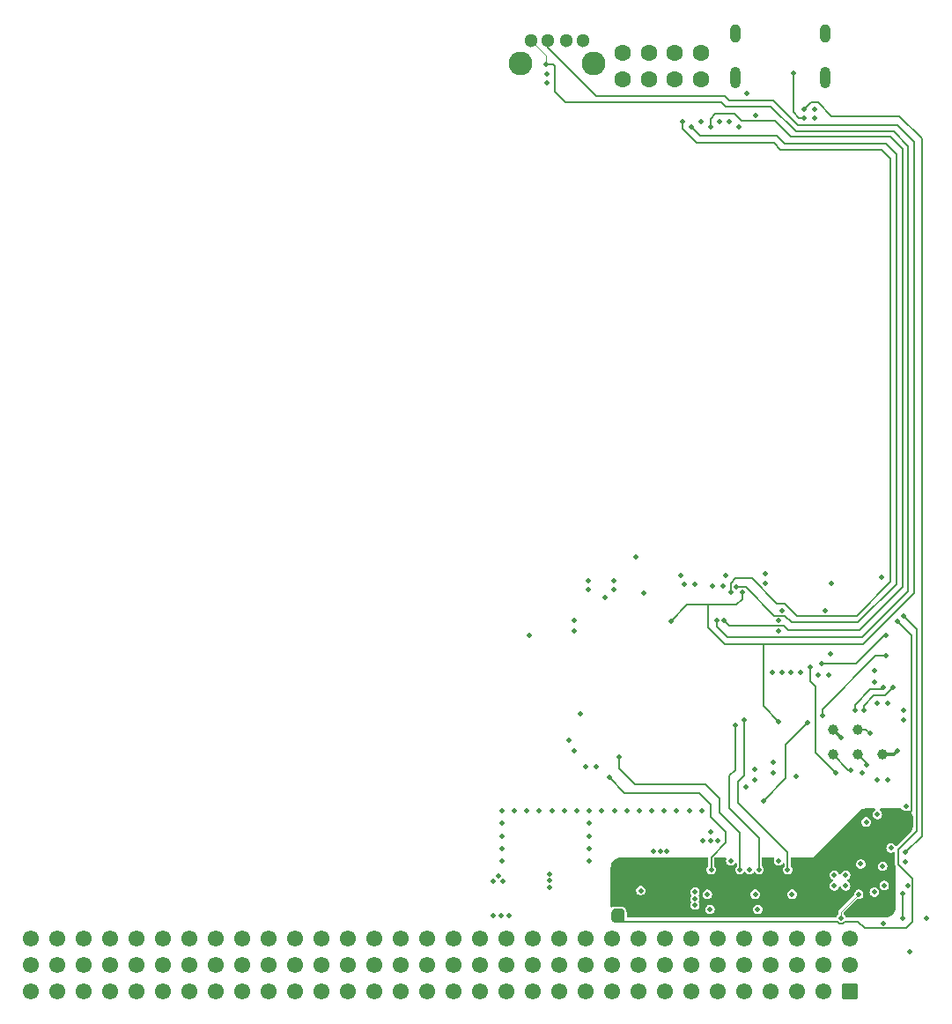
<source format=gbr>
%TF.GenerationSoftware,KiCad,Pcbnew,8.0.9-8.0.9-0~ubuntu24.04.1*%
%TF.CreationDate,2025-04-19T18:55:16+00:00*%
%TF.ProjectId,base-module,62617365-2d6d-46f6-9475-6c652e6b6963,1.0.1*%
%TF.SameCoordinates,Original*%
%TF.FileFunction,Copper,L4,Bot*%
%TF.FilePolarity,Positive*%
%FSLAX46Y46*%
G04 Gerber Fmt 4.6, Leading zero omitted, Abs format (unit mm)*
G04 Created by KiCad (PCBNEW 8.0.9-8.0.9-0~ubuntu24.04.1) date 2025-04-19 18:55:16*
%MOMM*%
%LPD*%
G01*
G04 APERTURE LIST*
G04 Aperture macros list*
%AMRoundRect*
0 Rectangle with rounded corners*
0 $1 Rounding radius*
0 $2 $3 $4 $5 $6 $7 $8 $9 X,Y pos of 4 corners*
0 Add a 4 corners polygon primitive as box body*
4,1,4,$2,$3,$4,$5,$6,$7,$8,$9,$2,$3,0*
0 Add four circle primitives for the rounded corners*
1,1,$1+$1,$2,$3*
1,1,$1+$1,$4,$5*
1,1,$1+$1,$6,$7*
1,1,$1+$1,$8,$9*
0 Add four rect primitives between the rounded corners*
20,1,$1+$1,$2,$3,$4,$5,0*
20,1,$1+$1,$4,$5,$6,$7,0*
20,1,$1+$1,$6,$7,$8,$9,0*
20,1,$1+$1,$8,$9,$2,$3,0*%
G04 Aperture macros list end*
%TA.AperFunction,ComponentPad*%
%ADD10C,1.600000*%
%TD*%
%TA.AperFunction,ComponentPad*%
%ADD11O,1.000000X2.100000*%
%TD*%
%TA.AperFunction,ComponentPad*%
%ADD12O,1.000000X1.800000*%
%TD*%
%TA.AperFunction,ComponentPad*%
%ADD13RoundRect,0.249999X0.525001X0.525001X-0.525001X0.525001X-0.525001X-0.525001X0.525001X-0.525001X0*%
%TD*%
%TA.AperFunction,ComponentPad*%
%ADD14C,1.550000*%
%TD*%
%TA.AperFunction,ComponentPad*%
%ADD15C,1.300000*%
%TD*%
%TA.AperFunction,ComponentPad*%
%ADD16C,2.286000*%
%TD*%
%TA.AperFunction,SMDPad,CuDef*%
%ADD17C,1.000000*%
%TD*%
%TA.AperFunction,ViaPad*%
%ADD18C,0.500000*%
%TD*%
%TA.AperFunction,Conductor*%
%ADD19C,0.300000*%
%TD*%
%TA.AperFunction,Conductor*%
%ADD20C,0.150000*%
%TD*%
%TA.AperFunction,Conductor*%
%ADD21C,0.100000*%
%TD*%
G04 APERTURE END LIST*
D10*
%TO.P,LED300,1*%
%TO.N,Net-(LED300-Pad1)*%
X106863600Y-55785000D03*
%TO.P,LED300,2*%
%TO.N,GND*%
X109403600Y-55785000D03*
%TO.P,LED300,3*%
%TO.N,Net-(LED300-Pad3)*%
X106863600Y-58325000D03*
%TO.P,LED300,4*%
%TO.N,GND*%
X109403600Y-58325000D03*
%TD*%
D11*
%TO.P,J800,S1,SHIELD*%
%TO.N,Net-(J800-SHIELD)*%
X126370000Y-58140000D03*
D12*
X126370000Y-53960000D03*
D11*
X117730000Y-58140000D03*
D12*
X117730000Y-53960000D03*
%TD*%
D13*
%TO.P,J200,a1,a1*%
%TO.N,GND*%
X128740000Y-145975000D03*
D14*
%TO.P,J200,a2,a2*%
%TO.N,/Backplane/BACKPLANE.D+*%
X126200000Y-145975000D03*
%TO.P,J200,a3,a3*%
%TO.N,+5V_STDBY*%
X123660000Y-145975000D03*
%TO.P,J200,a4,a4*%
%TO.N,GND*%
X121120000Y-145975000D03*
%TO.P,J200,a5,a5*%
%TO.N,/Backplane/CAN1.+*%
X118580000Y-145975000D03*
%TO.P,J200,a6,a6*%
%TO.N,/Backplane/CAN1.-*%
X116040000Y-145975000D03*
%TO.P,J200,a7,a7*%
%TO.N,GND*%
X113500000Y-145975000D03*
%TO.P,J200,a8,a8*%
%TO.N,/Backplane/CAN2.+*%
X110960000Y-145975000D03*
%TO.P,J200,a9,a9*%
%TO.N,/Backplane/CAN2.-*%
X108420000Y-145975000D03*
%TO.P,J200,a10,a10*%
%TO.N,GND*%
X105880000Y-145975000D03*
%TO.P,J200,a11,a11*%
%TO.N,+12V*%
X103340000Y-145975000D03*
%TO.P,J200,a12,a12*%
X100800000Y-145975000D03*
%TO.P,J200,a13,a13*%
%TO.N,GND*%
X98260000Y-145975000D03*
%TO.P,J200,a14,a14*%
%TO.N,+24V*%
X95720000Y-145975000D03*
%TO.P,J200,a15,a15*%
%TO.N,GND*%
X93180000Y-145975000D03*
%TO.P,J200,a16,a16*%
%TO.N,/Backplane/GPIOL0*%
X90640000Y-145975000D03*
%TO.P,J200,a17,a17*%
%TO.N,/Backplane/GPIOL1*%
X88100000Y-145975000D03*
%TO.P,J200,a18,a18*%
%TO.N,/Backplane/GPIOL2*%
X85560000Y-145975000D03*
%TO.P,J200,a19,a19*%
%TO.N,/Backplane/GPIOL3*%
X83020000Y-145975000D03*
%TO.P,J200,a20,a20*%
%TO.N,/Backplane/GPIOL4*%
X80480000Y-145975000D03*
%TO.P,J200,a21,a21*%
%TO.N,/Backplane/GPIOL5*%
X77940000Y-145975000D03*
%TO.P,J200,a22,a22*%
%TO.N,/Backplane/GPIOL6*%
X75400000Y-145975000D03*
%TO.P,J200,a23,a23*%
%TO.N,/Backplane/GPIOL7*%
X72860000Y-145975000D03*
%TO.P,J200,a24,a24*%
%TO.N,/Backplane/GPIOL8*%
X70320000Y-145975000D03*
%TO.P,J200,a25,a25*%
%TO.N,/Backplane/GPIOL9*%
X67780000Y-145975000D03*
%TO.P,J200,a26,a26*%
%TO.N,/Backplane/GPIOL10*%
X65240000Y-145975000D03*
%TO.P,J200,a27,a27*%
%TO.N,/Backplane/GPIOL11*%
X62700000Y-145975000D03*
%TO.P,J200,a28,a28*%
%TO.N,/Backplane/GPIOL12*%
X60160000Y-145975000D03*
%TO.P,J200,a29,a29*%
%TO.N,/Backplane/GPIOL13*%
X57620000Y-145975000D03*
%TO.P,J200,a30,a30*%
%TO.N,/Backplane/GPIOL14*%
X55080000Y-145975000D03*
%TO.P,J200,a31,a31*%
%TO.N,/Backplane/GPIOL15*%
X52540000Y-145975000D03*
%TO.P,J200,a32,a32*%
%TO.N,GND*%
X50000000Y-145975000D03*
%TO.P,J200,b1,b1*%
X128740000Y-143435000D03*
%TO.P,J200,b2,b2*%
X126200000Y-143435000D03*
%TO.P,J200,b3,b3*%
%TO.N,+5V_STDBY*%
X123660000Y-143435000D03*
%TO.P,J200,b4,b4*%
%TO.N,GND*%
X121120000Y-143435000D03*
%TO.P,J200,b5,b5*%
%TO.N,/Backplane/CAN1.+*%
X118580000Y-143435000D03*
%TO.P,J200,b6,b6*%
%TO.N,/Backplane/CAN1.-*%
X116040000Y-143435000D03*
%TO.P,J200,b7,b7*%
%TO.N,GND*%
X113500000Y-143435000D03*
%TO.P,J200,b8,b8*%
%TO.N,/Backplane/CAN2.+*%
X110960000Y-143435000D03*
%TO.P,J200,b9,b9*%
%TO.N,/Backplane/CAN2.-*%
X108420000Y-143435000D03*
%TO.P,J200,b10,b10*%
%TO.N,GND*%
X105880000Y-143435000D03*
%TO.P,J200,b11,b11*%
%TO.N,+12V*%
X103340000Y-143435000D03*
%TO.P,J200,b12,b12*%
X100800000Y-143435000D03*
%TO.P,J200,b13,b13*%
%TO.N,GND*%
X98260000Y-143435000D03*
%TO.P,J200,b14,b14*%
%TO.N,+24V*%
X95720000Y-143435000D03*
%TO.P,J200,b15,b15*%
%TO.N,GND*%
X93180000Y-143435000D03*
%TO.P,J200,b16,b16*%
%TO.N,/Backplane/GPIOC0*%
X90640000Y-143435000D03*
%TO.P,J200,b17,b17*%
%TO.N,/Backplane/GPIOC1*%
X88100000Y-143435000D03*
%TO.P,J200,b18,b18*%
%TO.N,/Backplane/GPIOC2*%
X85560000Y-143435000D03*
%TO.P,J200,b19,b19*%
%TO.N,/Backplane/GPIOC3*%
X83020000Y-143435000D03*
%TO.P,J200,b20,b20*%
%TO.N,/Backplane/GPIOC4*%
X80480000Y-143435000D03*
%TO.P,J200,b21,b21*%
%TO.N,/Backplane/GPIOC5*%
X77940000Y-143435000D03*
%TO.P,J200,b22,b22*%
%TO.N,/Backplane/GPIOC6*%
X75400000Y-143435000D03*
%TO.P,J200,b23,b23*%
%TO.N,/Backplane/GPIOC7*%
X72860000Y-143435000D03*
%TO.P,J200,b24,b24*%
%TO.N,/Backplane/GPIOC8*%
X70320000Y-143435000D03*
%TO.P,J200,b25,b25*%
%TO.N,/Backplane/GPIOC9*%
X67780000Y-143435000D03*
%TO.P,J200,b26,b26*%
%TO.N,/Backplane/GPIOC10*%
X65240000Y-143435000D03*
%TO.P,J200,b27,b27*%
%TO.N,/Backplane/GPIOC11*%
X62700000Y-143435000D03*
%TO.P,J200,b28,b28*%
%TO.N,/Backplane/GPIOC12*%
X60160000Y-143435000D03*
%TO.P,J200,b29,b29*%
%TO.N,/Backplane/GPIOC13*%
X57620000Y-143435000D03*
%TO.P,J200,b30,b30*%
%TO.N,/Backplane/GPIOC14*%
X55080000Y-143435000D03*
%TO.P,J200,b31,b31*%
%TO.N,/Backplane/GPIOC15*%
X52540000Y-143435000D03*
%TO.P,J200,b32,b32*%
%TO.N,GND*%
X50000000Y-143435000D03*
%TO.P,J200,c1,c1*%
X128740000Y-140895000D03*
%TO.P,J200,c2,c2*%
%TO.N,/Backplane/BACKPLANE.D-*%
X126200000Y-140895000D03*
%TO.P,J200,c3,c3*%
%TO.N,+5V_STDBY*%
X123660000Y-140895000D03*
%TO.P,J200,c4,c4*%
%TO.N,GND*%
X121120000Y-140895000D03*
%TO.P,J200,c5,c5*%
%TO.N,/Backplane/CAN1.+*%
X118580000Y-140895000D03*
%TO.P,J200,c6,c6*%
%TO.N,/Backplane/CAN1.-*%
X116040000Y-140895000D03*
%TO.P,J200,c7,c7*%
%TO.N,GND*%
X113500000Y-140895000D03*
%TO.P,J200,c8,c8*%
%TO.N,/Backplane/CAN2.+*%
X110960000Y-140895000D03*
%TO.P,J200,c9,c9*%
%TO.N,/Backplane/CAN2.-*%
X108420000Y-140895000D03*
%TO.P,J200,c10,c10*%
%TO.N,GND*%
X105880000Y-140895000D03*
%TO.P,J200,c11,c11*%
%TO.N,+12V*%
X103340000Y-140895000D03*
%TO.P,J200,c12,c12*%
X100800000Y-140895000D03*
%TO.P,J200,c13,c13*%
%TO.N,GND*%
X98260000Y-140895000D03*
%TO.P,J200,c14,c14*%
%TO.N,+24V*%
X95720000Y-140895000D03*
%TO.P,J200,c15,c15*%
%TO.N,GND*%
X93180000Y-140895000D03*
%TO.P,J200,c16,c16*%
%TO.N,/Backplane/GPIOR0*%
X90640000Y-140895000D03*
%TO.P,J200,c17,c17*%
%TO.N,/Backplane/GPIOR1*%
X88100000Y-140895000D03*
%TO.P,J200,c18,c18*%
%TO.N,/Backplane/GPIOR2*%
X85560000Y-140895000D03*
%TO.P,J200,c19,c19*%
%TO.N,/Backplane/GPIOR3*%
X83020000Y-140895000D03*
%TO.P,J200,c20,c20*%
%TO.N,/Backplane/GPIOR4*%
X80480000Y-140895000D03*
%TO.P,J200,c21,c21*%
%TO.N,/Backplane/GPIOR5*%
X77940000Y-140895000D03*
%TO.P,J200,c22,c22*%
%TO.N,/Backplane/GPIOR6*%
X75400000Y-140895000D03*
%TO.P,J200,c23,c23*%
%TO.N,/Backplane/GPIOR7*%
X72860000Y-140895000D03*
%TO.P,J200,c24,c24*%
%TO.N,/Backplane/GPIOR8*%
X70320000Y-140895000D03*
%TO.P,J200,c25,c25*%
%TO.N,/Backplane/GPIOR9*%
X67780000Y-140895000D03*
%TO.P,J200,c26,c26*%
%TO.N,/Backplane/GPIOR10*%
X65240000Y-140895000D03*
%TO.P,J200,c27,c27*%
%TO.N,/Backplane/GPIOR11*%
X62700000Y-140895000D03*
%TO.P,J200,c28,c28*%
%TO.N,/Backplane/GPIOR12*%
X60160000Y-140895000D03*
%TO.P,J200,c29,c29*%
%TO.N,/Backplane/GPIOR13*%
X57620000Y-140895000D03*
%TO.P,J200,c30,c30*%
%TO.N,/Backplane/GPIOR14*%
X55080000Y-140895000D03*
%TO.P,J200,c31,c31*%
%TO.N,/Backplane/GPIOR15*%
X52540000Y-140895000D03*
%TO.P,J200,c32,c32*%
%TO.N,GND*%
X50000000Y-140895000D03*
%TD*%
D15*
%TO.P,SW400,1*%
%TO.N,GND*%
X103080000Y-54575000D03*
%TO.P,SW400,2*%
X101450000Y-54575000D03*
%TO.P,SW400,3*%
%TO.N,/MCU/SWD.~{RST}*%
X99710000Y-54575000D03*
%TO.P,SW400,4*%
%TO.N,/MCU/USR_BUTTON*%
X98080000Y-54575000D03*
D16*
%TO.P,SW400,5*%
%TO.N,N/C*%
X104080000Y-56825000D03*
%TO.P,SW400,6*%
X97080000Y-56825000D03*
%TD*%
D10*
%TO.P,LED301,1*%
%TO.N,Net-(LED301-Pad1)*%
X111913600Y-55785000D03*
%TO.P,LED301,2*%
%TO.N,GND*%
X114453600Y-55785000D03*
%TO.P,LED301,3*%
%TO.N,Net-(LED301-Pad3)*%
X111913600Y-58325000D03*
%TO.P,LED301,4*%
%TO.N,GND*%
X114453600Y-58325000D03*
%TD*%
D17*
%TO.P,TP704,1,1*%
%TO.N,/ST-LINK/DIO*%
X127100000Y-123175000D03*
%TD*%
%TO.P,TP706,1,1*%
%TO.N,GND*%
X131900000Y-123175000D03*
%TD*%
%TO.P,TP703,1,1*%
%TO.N,/ST-LINK/STLINK-BOOT0*%
X129500000Y-120775000D03*
%TD*%
%TO.P,TP702,1,1*%
%TO.N,+3V3*%
X127100000Y-120775000D03*
%TD*%
%TO.P,TP705,1,1*%
%TO.N,/ST-LINK/CLK*%
X129500000Y-123175000D03*
%TD*%
D18*
%TO.N,+3V3*%
X115300000Y-138075000D03*
X99598400Y-58685001D03*
X131350000Y-125625000D03*
X121325000Y-115325000D03*
X104325000Y-124400000D03*
X120590000Y-106765000D03*
X115350000Y-131500000D03*
X132050000Y-135775000D03*
X131800000Y-106175000D03*
X131400000Y-128975000D03*
X133950000Y-118922500D03*
X114650000Y-131500000D03*
X115350000Y-130625000D03*
X102275000Y-111350000D03*
X121350000Y-124927500D03*
X127900000Y-121575000D03*
X121875000Y-110350000D03*
X105200000Y-108075000D03*
X125700000Y-115575000D03*
X131350000Y-118275000D03*
X124000000Y-115300000D03*
X122225000Y-109375000D03*
X115575000Y-107050000D03*
X101700000Y-121825000D03*
X119900000Y-138075000D03*
X116025000Y-131500000D03*
X112825000Y-106875000D03*
X119625000Y-124600000D03*
X114450000Y-62375000D03*
%TO.N,GND*%
X106050000Y-107375000D03*
X108925000Y-107700000D03*
X99598400Y-57785001D03*
X95300000Y-131025000D03*
X103700000Y-128625000D03*
X106050000Y-106475000D03*
X129900000Y-124961216D03*
X128350000Y-134775000D03*
X104900000Y-128625000D03*
X109870720Y-132521542D03*
X134470000Y-142162501D03*
X127250000Y-134775000D03*
X116250000Y-62375000D03*
X95300000Y-133425000D03*
X132350000Y-125625000D03*
X113850000Y-136425000D03*
X109700000Y-128625000D03*
X96500000Y-128625000D03*
X130325000Y-129675000D03*
X106100000Y-128625000D03*
X110520720Y-132521542D03*
X108650000Y-136275000D03*
X102850000Y-119275000D03*
X113300000Y-128625000D03*
X103700000Y-132225000D03*
X97700000Y-128625000D03*
X115050000Y-136625000D03*
X121350000Y-123927500D03*
X103575000Y-106475000D03*
X116825000Y-106025000D03*
X119625000Y-125600000D03*
X108200000Y-104250000D03*
X126375000Y-109375000D03*
X126900000Y-113525000D03*
X131150000Y-116225000D03*
X112525000Y-106025000D03*
X97900000Y-111775000D03*
X113850000Y-137675000D03*
X100100000Y-128625000D03*
X94450000Y-138675000D03*
X116575000Y-107050000D03*
X128350000Y-135825000D03*
X98900000Y-128625000D03*
X118750000Y-126325000D03*
X134150000Y-128175000D03*
X131900000Y-133925000D03*
X126950000Y-106725000D03*
X119100000Y-134275000D03*
X111170720Y-132521542D03*
X103575000Y-107350000D03*
X103700000Y-133425000D03*
X122200000Y-115275000D03*
X103700000Y-131025000D03*
X117150000Y-62375000D03*
X131150000Y-115125000D03*
X119670000Y-61785001D03*
X133300000Y-122825000D03*
X118050000Y-62925000D03*
X108500000Y-128625000D03*
X133950000Y-119922500D03*
X134100000Y-133525000D03*
X134300000Y-135775000D03*
X112100000Y-128625000D03*
X113825000Y-106875000D03*
X121900000Y-133425000D03*
X114500000Y-128625000D03*
X118850000Y-59675000D03*
X103325000Y-124400000D03*
X121875000Y-111350000D03*
X117300000Y-133425000D03*
X120590000Y-105865000D03*
X129800000Y-133725000D03*
X95953492Y-138663288D03*
X127250000Y-135825000D03*
X131100000Y-136425000D03*
X110900000Y-128625000D03*
X101300000Y-128625000D03*
X99850000Y-134671508D03*
X102500000Y-128625000D03*
X95300000Y-132225000D03*
X107300000Y-128625000D03*
X95200000Y-138675000D03*
X99850000Y-135971508D03*
X95300000Y-129825000D03*
X136150000Y-138925000D03*
X102225000Y-122850000D03*
X126700000Y-115575000D03*
X102275000Y-110350000D03*
X123200000Y-136625000D03*
X131950000Y-139425000D03*
X113850000Y-137075000D03*
X125350000Y-62025000D03*
X125350000Y-61225000D03*
X123550000Y-125325000D03*
X132700000Y-132175000D03*
X99850000Y-135321508D03*
X123100000Y-115275000D03*
X103700000Y-129825000D03*
X95300000Y-128625000D03*
X132350000Y-118275000D03*
X119650000Y-136625000D03*
%TO.N,+5V*%
X106125000Y-137025000D03*
X134150000Y-129075000D03*
X116300000Y-133425000D03*
X106775000Y-136325000D03*
X133300000Y-110375000D03*
X131100000Y-135525001D03*
X106775000Y-137025000D03*
X126200000Y-137025000D03*
X106125000Y-136325000D03*
X120900000Y-133425000D03*
%TO.N,/ST-LINK/LED*%
X124950000Y-114800000D03*
X127400000Y-124950000D03*
%TO.N,/ST-LINK/STLINK-BOOT0*%
X130675000Y-121175000D03*
%TO.N,/ST-LINK/DIO*%
X128875000Y-124675000D03*
%TO.N,/ST-LINK/CLK*%
X130350000Y-124175000D03*
%TO.N,+12V_FUSED*%
X94451270Y-135361059D03*
X133950000Y-109925000D03*
X106125000Y-139025000D03*
X106125000Y-138325000D03*
X106775000Y-138325000D03*
X95375000Y-135375000D03*
X106775000Y-139025000D03*
X94950000Y-134875000D03*
%TO.N,/ST-LINK/STLINK_RX*%
X126100000Y-119500000D03*
X132200000Y-113725000D03*
%TO.N,/USB/VBUS_IN*%
X124350000Y-61225000D03*
X134050000Y-132625000D03*
%TO.N,/ST-LINK/STLINK_TX*%
X132200000Y-111725000D03*
X126075000Y-114450000D03*
%TO.N,/MCU/USR_BUTTON*%
X115975000Y-110350000D03*
X99538600Y-56899202D03*
%TO.N,/MCU/SWD.~{RST}*%
X111575001Y-110375000D03*
X121900000Y-120045000D03*
X118377238Y-107645000D03*
%TO.N,Net-(U302-PGANG)*%
X129600000Y-136625000D03*
X127900000Y-138925000D03*
%TO.N,Net-(U700-PA5)*%
X124700000Y-120175000D03*
X120425000Y-127650000D03*
%TO.N,Net-(U700-PC13)*%
X130100000Y-118925000D03*
X132900000Y-116775000D03*
%TO.N,Net-(U700-PC14)*%
X129225000Y-118925000D03*
X131950000Y-116775000D03*
%TO.N,/CAN transceiver 1/CAN.TX*%
X122775000Y-134250000D03*
X118550000Y-119850000D03*
%TO.N,/CAN transceiver 1/CAN.RX*%
X117700000Y-120375000D03*
X120025000Y-134250000D03*
%TO.N,/CAN transceiver 2/CAN.TX*%
X118175000Y-134250000D03*
X106575000Y-123400000D03*
%TO.N,/CAN transceiver 2/CAN.RX*%
X105600000Y-125425000D03*
X115425000Y-134250000D03*
%TO.N,/USB/CC1*%
X123300000Y-57725000D03*
X124350000Y-62025000D03*
%TO.N,Net-(U801-~{OE})*%
X133850000Y-136575000D03*
X133850000Y-138925000D03*
%TO.N,/MCU/USER_LED_1*%
X113550000Y-62925000D03*
X117850000Y-107125000D03*
%TO.N,/MCU/USER_LED_2*%
X117300000Y-107625000D03*
X112650000Y-62375000D03*
%TO.N,/MCU/STATUS_LED*%
X115350000Y-62925000D03*
X116675000Y-110350000D03*
%TD*%
D19*
%TO.N,+3V3*%
X127900000Y-121575000D02*
X127100000Y-120775000D01*
%TO.N,GND*%
X133300000Y-122825000D02*
X132950000Y-123175000D01*
X132950000Y-123175000D02*
X131900000Y-123175000D01*
D20*
%TO.N,+5V*%
X133300000Y-110375000D02*
X134650000Y-111725000D01*
X134650000Y-111725000D02*
X134650000Y-128575000D01*
X134650000Y-128575000D02*
X134150000Y-129075000D01*
%TO.N,/ST-LINK/LED*%
X124950000Y-116125000D02*
X125450000Y-116625000D01*
X125450000Y-123000000D02*
X127400000Y-124950000D01*
X124950000Y-114800000D02*
X124950000Y-116125000D01*
X125450000Y-116625000D02*
X125450000Y-123000000D01*
%TO.N,/ST-LINK/STLINK-BOOT0*%
X130275000Y-120775000D02*
X129500000Y-120775000D01*
X130675000Y-121175000D02*
X130275000Y-120775000D01*
%TO.N,/ST-LINK/DIO*%
X128875000Y-124675000D02*
X128600000Y-124675000D01*
X128600000Y-124675000D02*
X127100000Y-123175000D01*
%TO.N,/ST-LINK/CLK*%
X130350000Y-124175000D02*
X130350000Y-124025000D01*
X130350000Y-124025000D02*
X129500000Y-123175000D01*
%TO.N,+12V_FUSED*%
X127536541Y-139233293D02*
X106983293Y-139233293D01*
X133370000Y-132355000D02*
X133370000Y-133745000D01*
X134775000Y-135150000D02*
X134775000Y-135971752D01*
X133370000Y-133745000D02*
X134775000Y-135150000D01*
X134770000Y-135976752D02*
X134770000Y-139285001D01*
X135150000Y-130575000D02*
X133370000Y-132355000D01*
X105900000Y-139025000D02*
X106125000Y-139025000D01*
X134770000Y-139285001D02*
X134155001Y-139900000D01*
X128263459Y-139233293D02*
X128096752Y-139400000D01*
X128096752Y-139400000D02*
X127703248Y-139400000D01*
X133950000Y-109925000D02*
X135150000Y-111125000D01*
X134775000Y-135971752D02*
X134770000Y-135976752D01*
X135150000Y-111125000D02*
X135150000Y-130575000D01*
X127703248Y-139400000D02*
X127536541Y-139233293D01*
X130184999Y-139900000D02*
X129518292Y-139233293D01*
X134155001Y-139900000D02*
X130184999Y-139900000D01*
X129518292Y-139233293D02*
X128263459Y-139233293D01*
X106983293Y-139233293D02*
X106775000Y-139025000D01*
%TO.N,/ST-LINK/STLINK_RX*%
X131225000Y-113725000D02*
X126100000Y-118850000D01*
X126100000Y-118850000D02*
X126100000Y-119500000D01*
X132200000Y-113725000D02*
X131225000Y-113725000D01*
%TO.N,/USB/VBUS_IN*%
X125037500Y-60537500D02*
X124350000Y-61225000D01*
X133475000Y-61850000D02*
X127000000Y-61850000D01*
X135650000Y-131025000D02*
X135650000Y-64025000D01*
X134050000Y-132625000D02*
X135650000Y-131025000D01*
X135650000Y-64025000D02*
X133475000Y-61850000D01*
X125687500Y-60537500D02*
X125037500Y-60537500D01*
X127000000Y-61850000D02*
X125687500Y-60537500D01*
%TO.N,/ST-LINK/STLINK_TX*%
X132200000Y-111725000D02*
X132050000Y-111725000D01*
X129325000Y-114450000D02*
X126075000Y-114450000D01*
X132050000Y-111725000D02*
X129325000Y-114450000D01*
%TO.N,/MCU/USR_BUTTON*%
X100370000Y-59485001D02*
X100370000Y-57085001D01*
X134325000Y-64725000D02*
X132950000Y-63350000D01*
X134325000Y-107500000D02*
X134325000Y-64725000D01*
X121150000Y-60950000D02*
X116850000Y-60950000D01*
D21*
X99538600Y-56033600D02*
X98080000Y-54575000D01*
D20*
X100370000Y-57085001D02*
X100184201Y-56899202D01*
D21*
X99538600Y-56899202D02*
X99538600Y-56033600D01*
D20*
X101409999Y-60525000D02*
X100370000Y-59485001D01*
X132950000Y-63350000D02*
X123550000Y-63350000D01*
X123550000Y-63350000D02*
X121150000Y-60950000D01*
X115975000Y-110950000D02*
X116950000Y-111925000D01*
X116850000Y-60950000D02*
X116425000Y-60525000D01*
X116950000Y-111925000D02*
X129900000Y-111925000D01*
X100184201Y-56899202D02*
X99538600Y-56899202D01*
X129900000Y-111925000D02*
X134325000Y-107500000D01*
X115975000Y-110350000D02*
X115975000Y-110950000D01*
X116425000Y-60525000D02*
X101409999Y-60525000D01*
%TO.N,/MCU/SWD.~{RST}*%
X133300000Y-62725000D02*
X134925000Y-64350000D01*
X99710000Y-54575000D02*
X99710000Y-55260000D01*
X116700000Y-112625000D02*
X115100000Y-111025000D01*
X104375000Y-59925000D02*
X116700000Y-59925000D01*
X117150000Y-60375000D02*
X121375000Y-60375000D01*
X120420000Y-118565000D02*
X121900000Y-120045000D01*
X115100000Y-108825000D02*
X113125001Y-108825000D01*
X123725000Y-62725000D02*
X133300000Y-62725000D01*
X117830001Y-108825000D02*
X115100000Y-108825000D01*
X99710000Y-55260000D02*
X104375000Y-59925000D01*
X134925000Y-107725000D02*
X130025000Y-112625000D01*
X130025000Y-112625000D02*
X120420000Y-112625000D01*
X116700000Y-59925000D02*
X117150000Y-60375000D01*
X115100000Y-111025000D02*
X115100000Y-108825000D01*
X118377238Y-108277763D02*
X117830001Y-108825000D01*
X118377238Y-107645000D02*
X118377238Y-108277763D01*
X120420000Y-112625000D02*
X116700000Y-112625000D01*
X121375000Y-60375000D02*
X123725000Y-62725000D01*
X113125001Y-108825000D02*
X111575001Y-110375000D01*
X134925000Y-64350000D02*
X134925000Y-107725000D01*
X120420000Y-112625000D02*
X120420000Y-118565000D01*
D21*
%TO.N,Net-(U302-PGANG)*%
X127900000Y-138325000D02*
X129600000Y-136625000D01*
X127900000Y-138925000D02*
X127900000Y-138325000D01*
D20*
%TO.N,Net-(U700-PA5)*%
X120425000Y-127650000D02*
X122600000Y-125475000D01*
X122600000Y-125475000D02*
X122600000Y-122275000D01*
X122600000Y-122275000D02*
X124700000Y-120175000D01*
%TO.N,Net-(U700-PC13)*%
X130100000Y-118500000D02*
X130100000Y-118925000D01*
X132900000Y-116775000D02*
X132150000Y-117525000D01*
X132150000Y-117525000D02*
X131075000Y-117525000D01*
X131075000Y-117525000D02*
X130100000Y-118500000D01*
%TO.N,Net-(U700-PC14)*%
X131800000Y-116925000D02*
X130725736Y-116925000D01*
X129225000Y-118425736D02*
X129225000Y-118925000D01*
X131950000Y-116775000D02*
X131800000Y-116925000D01*
X130725736Y-116925000D02*
X129225000Y-118425736D01*
%TO.N,/CAN transceiver 1/CAN.TX*%
X122775000Y-132600000D02*
X122775000Y-134250000D01*
X118550000Y-125225000D02*
X118000000Y-125775000D01*
X118000000Y-127825000D02*
X122775000Y-132600000D01*
X118000000Y-125775000D02*
X118000000Y-127825000D01*
X118550000Y-119850000D02*
X118550000Y-125225000D01*
%TO.N,/CAN transceiver 1/CAN.RX*%
X117150000Y-125225000D02*
X117150000Y-128325000D01*
X117700000Y-124675000D02*
X117150000Y-125225000D01*
X117150000Y-128325000D02*
X120025000Y-131200000D01*
X117700000Y-120375000D02*
X117700000Y-124675000D01*
X120025000Y-131200000D02*
X120025000Y-134250000D01*
%TO.N,/CAN transceiver 2/CAN.TX*%
X116250000Y-127425000D02*
X114850000Y-126025000D01*
X108100000Y-126025000D02*
X106575000Y-124500000D01*
X118175000Y-134250000D02*
X118175000Y-130700000D01*
X116250000Y-128775000D02*
X116250000Y-127425000D01*
X118175000Y-130700000D02*
X116250000Y-128775000D01*
X106575000Y-124500000D02*
X106575000Y-123400000D01*
X114850000Y-126025000D02*
X108100000Y-126025000D01*
%TO.N,/CAN transceiver 2/CAN.RX*%
X107050000Y-126875000D02*
X105600000Y-125425000D01*
X115425000Y-133050000D02*
X116800000Y-131675000D01*
X116800000Y-131675000D02*
X116800000Y-130675000D01*
X114250000Y-126875000D02*
X107050000Y-126875000D01*
X115350000Y-129225000D02*
X115350000Y-127975000D01*
X115350000Y-127975000D02*
X114250000Y-126875000D01*
X115425000Y-134250000D02*
X115425000Y-133050000D01*
X116800000Y-130675000D02*
X115350000Y-129225000D01*
%TO.N,/USB/CC1*%
X123850000Y-62025000D02*
X123300000Y-61475000D01*
X123300000Y-61475000D02*
X123300000Y-57725000D01*
X124350000Y-62025000D02*
X123850000Y-62025000D01*
%TO.N,Net-(U801-~{OE})*%
X133850000Y-138925000D02*
X133850000Y-136575000D01*
%TO.N,/MCU/USER_LED_1*%
X118750000Y-107125000D02*
X117850000Y-107125000D01*
X121500000Y-109875000D02*
X118750000Y-107125000D01*
X129550000Y-110525000D02*
X123150000Y-110525000D01*
X121749999Y-63725000D02*
X122499999Y-64475000D01*
X122500000Y-109875000D02*
X121500000Y-109875000D01*
X122499999Y-64475000D02*
X132200000Y-64475000D01*
X113550000Y-62925000D02*
X114350000Y-63725000D01*
X132200000Y-64475000D02*
X133225000Y-65500000D01*
X123150000Y-110525000D02*
X122500000Y-109875000D01*
X133225000Y-106850000D02*
X129550000Y-110525000D01*
X114350000Y-63725000D02*
X121749999Y-63725000D01*
X133225000Y-65500000D02*
X133225000Y-106850000D01*
%TO.N,/MCU/USER_LED_2*%
X112650000Y-63100000D02*
X112650000Y-62375000D01*
X121429999Y-64425000D02*
X113975000Y-64425000D01*
X121759999Y-108675000D02*
X122500000Y-108675000D01*
X119370000Y-106285001D02*
X121759999Y-108675000D01*
X122500000Y-108675000D02*
X123675000Y-109850000D01*
X132650000Y-106600000D02*
X132650000Y-65925000D01*
X117300000Y-107625000D02*
X117300000Y-106752500D01*
X123675000Y-109850000D02*
X129400000Y-109850000D01*
X131800000Y-65075000D02*
X122079999Y-65075000D01*
X122079999Y-65075000D02*
X121429999Y-64425000D01*
X129400000Y-109850000D02*
X132650000Y-106600000D01*
X132650000Y-65925000D02*
X131800000Y-65075000D01*
X117300000Y-106752500D02*
X117767499Y-106285001D01*
X117767499Y-106285001D02*
X119370000Y-106285001D01*
X113975000Y-64425000D02*
X112650000Y-63100000D01*
%TO.N,/MCU/STATUS_LED*%
X129700000Y-111225000D02*
X122800000Y-111225000D01*
X123075000Y-63875000D02*
X132650000Y-63875000D01*
X115800000Y-61650000D02*
X117675000Y-61650000D01*
X118370001Y-62345001D02*
X121545001Y-62345001D01*
X117675000Y-61650000D02*
X118370001Y-62345001D01*
X122425000Y-110850000D02*
X117175000Y-110850000D01*
X115350000Y-62100000D02*
X115800000Y-61650000D01*
X133800000Y-65025000D02*
X133800000Y-107125000D01*
X132650000Y-63875000D02*
X133800000Y-65025000D01*
X117175000Y-110850000D02*
X116675000Y-110350000D01*
X121545001Y-62345001D02*
X123075000Y-63875000D01*
X122800000Y-111225000D02*
X122425000Y-110850000D01*
X115350000Y-62925000D02*
X115350000Y-62100000D01*
X133800000Y-107125000D02*
X129700000Y-111225000D01*
%TD*%
%TA.AperFunction,Conductor*%
%TO.N,+12V_FUSED*%
G36*
X106791971Y-138027381D02*
G01*
X106870618Y-138043024D01*
X106915308Y-138061535D01*
X106971626Y-138099166D01*
X107005833Y-138133373D01*
X107043462Y-138189688D01*
X107061976Y-138234387D01*
X107077617Y-138313019D01*
X107080000Y-138337210D01*
X107080000Y-139012789D01*
X107077617Y-139036980D01*
X107061976Y-139115612D01*
X107043462Y-139160311D01*
X107005836Y-139216623D01*
X106971623Y-139250836D01*
X106915311Y-139288462D01*
X106870612Y-139306976D01*
X106791980Y-139322617D01*
X106767789Y-139325000D01*
X106142211Y-139325000D01*
X106118020Y-139322617D01*
X106039387Y-139306976D01*
X105994689Y-139288462D01*
X105938373Y-139250833D01*
X105904166Y-139216626D01*
X105866535Y-139160308D01*
X105848024Y-139115618D01*
X105832381Y-139036971D01*
X105830000Y-139012789D01*
X105830000Y-138337210D01*
X105832381Y-138313029D01*
X105848025Y-138234379D01*
X105866534Y-138189693D01*
X105904168Y-138133370D01*
X105938370Y-138099168D01*
X105994693Y-138061534D01*
X106039379Y-138043025D01*
X106118028Y-138027381D01*
X106142211Y-138025000D01*
X106767789Y-138025000D01*
X106791971Y-138027381D01*
G37*
%TD.AperFunction*%
%TD*%
%TA.AperFunction,Conductor*%
%TO.N,+5V*%
G36*
X131145080Y-128394685D02*
G01*
X131190835Y-128447489D01*
X131200779Y-128516647D01*
X131171754Y-128580203D01*
X131145080Y-128603316D01*
X131101950Y-128631033D01*
X131017118Y-128728937D01*
X131017117Y-128728938D01*
X130963302Y-128846774D01*
X130944867Y-128975000D01*
X130963302Y-129103225D01*
X130966800Y-129110884D01*
X131017118Y-129221063D01*
X131101951Y-129318967D01*
X131210931Y-129389004D01*
X131335225Y-129425499D01*
X131335227Y-129425500D01*
X131335228Y-129425500D01*
X131464773Y-129425500D01*
X131464773Y-129425499D01*
X131589069Y-129389004D01*
X131698049Y-129318967D01*
X131782882Y-129221063D01*
X131836697Y-129103226D01*
X131855133Y-128975000D01*
X131836697Y-128846774D01*
X131782882Y-128728937D01*
X131698049Y-128631033D01*
X131654919Y-128603315D01*
X131609165Y-128550512D01*
X131599221Y-128481353D01*
X131628246Y-128417798D01*
X131687024Y-128380023D01*
X131721959Y-128375000D01*
X133670575Y-128375000D01*
X133737614Y-128394685D01*
X133764289Y-128417798D01*
X133767117Y-128421062D01*
X133767118Y-128421063D01*
X133851951Y-128518967D01*
X133960931Y-128589004D01*
X134085225Y-128625499D01*
X134085227Y-128625500D01*
X134085228Y-128625500D01*
X134214773Y-128625500D01*
X134214773Y-128625499D01*
X134293745Y-128602312D01*
X134339063Y-128589006D01*
X134339064Y-128589005D01*
X134339069Y-128589004D01*
X134339072Y-128589001D01*
X134347016Y-128585374D01*
X134416174Y-128575427D01*
X134477196Y-128602312D01*
X134478420Y-128603316D01*
X134547666Y-128660145D01*
X134564854Y-128677333D01*
X134673722Y-128809989D01*
X134687227Y-128830201D01*
X134768121Y-128981543D01*
X134777424Y-129004001D01*
X134827240Y-129168224D01*
X134831982Y-129192065D01*
X134849403Y-129368938D01*
X134850000Y-129381092D01*
X134850000Y-129954693D01*
X134849403Y-129966847D01*
X134831982Y-130143721D01*
X134827240Y-130167562D01*
X134777424Y-130331785D01*
X134768121Y-130354243D01*
X134687227Y-130505585D01*
X134673722Y-130525797D01*
X134560969Y-130663186D01*
X134552797Y-130672202D01*
X133442897Y-131782101D01*
X133442887Y-131782112D01*
X133216634Y-132008365D01*
X133193598Y-132013592D01*
X133127919Y-131989758D01*
X133088549Y-131941346D01*
X133082882Y-131928937D01*
X132998049Y-131831033D01*
X132889069Y-131760996D01*
X132889065Y-131760994D01*
X132889064Y-131760994D01*
X132764774Y-131724500D01*
X132764772Y-131724500D01*
X132635228Y-131724500D01*
X132635226Y-131724500D01*
X132510935Y-131760994D01*
X132510932Y-131760995D01*
X132510931Y-131760996D01*
X132478091Y-131782101D01*
X132401950Y-131831033D01*
X132317118Y-131928937D01*
X132317117Y-131928938D01*
X132263302Y-132046774D01*
X132244867Y-132175000D01*
X132263302Y-132303225D01*
X132304446Y-132393316D01*
X132317118Y-132421063D01*
X132401951Y-132518967D01*
X132510931Y-132589004D01*
X132635225Y-132625499D01*
X132635227Y-132625500D01*
X132635228Y-132625500D01*
X132764773Y-132625500D01*
X132764773Y-132625499D01*
X132819081Y-132609553D01*
X132889064Y-132589006D01*
X132889065Y-132589005D01*
X132889069Y-132589004D01*
X132903463Y-132579753D01*
X132970500Y-132560070D01*
X133037540Y-132579755D01*
X133083294Y-132632559D01*
X133094500Y-132684070D01*
X133094500Y-133799800D01*
X133125856Y-133875500D01*
X133127666Y-133879868D01*
X133127665Y-133879868D01*
X133140560Y-133910998D01*
X133150000Y-133958452D01*
X133150000Y-137868907D01*
X133149403Y-137881061D01*
X133131982Y-138057934D01*
X133127240Y-138081775D01*
X133077424Y-138245998D01*
X133068121Y-138268456D01*
X132987227Y-138419798D01*
X132973722Y-138440010D01*
X132864854Y-138572666D01*
X132847666Y-138589854D01*
X132715010Y-138698722D01*
X132694798Y-138712227D01*
X132543456Y-138793121D01*
X132520998Y-138802424D01*
X132356775Y-138852240D01*
X132332934Y-138856982D01*
X132156061Y-138874403D01*
X132143907Y-138875000D01*
X128452111Y-138875000D01*
X128385072Y-138855315D01*
X128339317Y-138802512D01*
X128335028Y-138793121D01*
X128282882Y-138678937D01*
X128198049Y-138581033D01*
X128198048Y-138581032D01*
X128198047Y-138581031D01*
X128193296Y-138576914D01*
X128155523Y-138518136D01*
X128150500Y-138483202D01*
X128150500Y-138480122D01*
X128170185Y-138413083D01*
X128186814Y-138392446D01*
X129467441Y-137111818D01*
X129528764Y-137078334D01*
X129555122Y-137075500D01*
X129664773Y-137075500D01*
X129664773Y-137075499D01*
X129789069Y-137039004D01*
X129898049Y-136968967D01*
X129982882Y-136871063D01*
X130036697Y-136753226D01*
X130055133Y-136625000D01*
X130036697Y-136496774D01*
X130003919Y-136425000D01*
X130644867Y-136425000D01*
X130663302Y-136553225D01*
X130673247Y-136575000D01*
X130717118Y-136671063D01*
X130770235Y-136732364D01*
X130800811Y-136767652D01*
X130801951Y-136768967D01*
X130910931Y-136839004D01*
X131020117Y-136871063D01*
X131035225Y-136875499D01*
X131035227Y-136875500D01*
X131035228Y-136875500D01*
X131164773Y-136875500D01*
X131164773Y-136875499D01*
X131289069Y-136839004D01*
X131398049Y-136768967D01*
X131482882Y-136671063D01*
X131536697Y-136553226D01*
X131555133Y-136425000D01*
X131536697Y-136296774D01*
X131526753Y-136275000D01*
X131483407Y-136180086D01*
X131481431Y-136166346D01*
X131460085Y-136152628D01*
X131398049Y-136081033D01*
X131289069Y-136010996D01*
X131289065Y-136010994D01*
X131289064Y-136010994D01*
X131164774Y-135974500D01*
X131164772Y-135974500D01*
X131035228Y-135974500D01*
X131035226Y-135974500D01*
X130910935Y-136010994D01*
X130910932Y-136010995D01*
X130910931Y-136010996D01*
X130867944Y-136038622D01*
X130801950Y-136081033D01*
X130717118Y-136178937D01*
X130717117Y-136178938D01*
X130663302Y-136296774D01*
X130644867Y-136425000D01*
X130003919Y-136425000D01*
X129982882Y-136378937D01*
X129898049Y-136281033D01*
X129789069Y-136210996D01*
X129789065Y-136210994D01*
X129789064Y-136210994D01*
X129664774Y-136174500D01*
X129664772Y-136174500D01*
X129535228Y-136174500D01*
X129535226Y-136174500D01*
X129410935Y-136210994D01*
X129410932Y-136210995D01*
X129410931Y-136210996D01*
X129379753Y-136231033D01*
X129301950Y-136281033D01*
X129217118Y-136378937D01*
X129217117Y-136378938D01*
X129163302Y-136496774D01*
X129144867Y-136625000D01*
X129144867Y-136625002D01*
X129148713Y-136651755D01*
X129138769Y-136720913D01*
X129113656Y-136757081D01*
X127758103Y-138112636D01*
X127687637Y-138183101D01*
X127687636Y-138183102D01*
X127649500Y-138275170D01*
X127649500Y-138483202D01*
X127629815Y-138550241D01*
X127606704Y-138576914D01*
X127601952Y-138581031D01*
X127517118Y-138678937D01*
X127517117Y-138678938D01*
X127508082Y-138698722D01*
X127464972Y-138793121D01*
X127460683Y-138802512D01*
X127414928Y-138855315D01*
X127347889Y-138875000D01*
X107409500Y-138875000D01*
X107342461Y-138855315D01*
X107296706Y-138802511D01*
X107285500Y-138751000D01*
X107285500Y-138337221D01*
X107285500Y-138337210D01*
X107284510Y-138317064D01*
X107282127Y-138292873D01*
X107279168Y-138272928D01*
X107263527Y-138194296D01*
X107251835Y-138155749D01*
X107251831Y-138155740D01*
X107233323Y-138111055D01*
X107233321Y-138111050D01*
X107214328Y-138075517D01*
X107176699Y-138019202D01*
X107151143Y-137988063D01*
X107116936Y-137953856D01*
X107085797Y-137928300D01*
X107085784Y-137928291D01*
X107029497Y-137890680D01*
X107029483Y-137890672D01*
X107029479Y-137890669D01*
X107024655Y-137888090D01*
X106993960Y-137871682D01*
X106993946Y-137871676D01*
X106985693Y-137868257D01*
X106949267Y-137853169D01*
X106949264Y-137853168D01*
X106949259Y-137853166D01*
X106930532Y-137847485D01*
X106910709Y-137841472D01*
X106832062Y-137825829D01*
X106812126Y-137822872D01*
X106812094Y-137822868D01*
X106787948Y-137820491D01*
X106787917Y-137820488D01*
X106777698Y-137819986D01*
X106767789Y-137819500D01*
X106142211Y-137819500D01*
X106130704Y-137820065D01*
X106122066Y-137820489D01*
X106097909Y-137822868D01*
X106097896Y-137822869D01*
X106097892Y-137822870D01*
X106097886Y-137822870D01*
X106097861Y-137822874D01*
X106077929Y-137825830D01*
X106077921Y-137825831D01*
X105999307Y-137841468D01*
X105999295Y-137841471D01*
X105960742Y-137853166D01*
X105960734Y-137853169D01*
X105921450Y-137869440D01*
X105851980Y-137876907D01*
X105789502Y-137845631D01*
X105753851Y-137785541D01*
X105750000Y-137754878D01*
X105750000Y-136275000D01*
X108194867Y-136275000D01*
X108213302Y-136403225D01*
X108223247Y-136425000D01*
X108267118Y-136521063D01*
X108351951Y-136618967D01*
X108460931Y-136689004D01*
X108569606Y-136720913D01*
X108585225Y-136725499D01*
X108585227Y-136725500D01*
X108585228Y-136725500D01*
X108714773Y-136725500D01*
X108714773Y-136725499D01*
X108839069Y-136689004D01*
X108948049Y-136618967D01*
X109032882Y-136521063D01*
X109076753Y-136425000D01*
X113394867Y-136425000D01*
X113413302Y-136553225D01*
X113467117Y-136671061D01*
X113471913Y-136678524D01*
X113470123Y-136679674D01*
X113494180Y-136732364D01*
X113484231Y-136801521D01*
X113471554Y-136821245D01*
X113471913Y-136821476D01*
X113467117Y-136828938D01*
X113413302Y-136946774D01*
X113394867Y-137075000D01*
X113413302Y-137203225D01*
X113468225Y-137323488D01*
X113478169Y-137392647D01*
X113468225Y-137426512D01*
X113413302Y-137546774D01*
X113394867Y-137675000D01*
X113413302Y-137803225D01*
X113436111Y-137853169D01*
X113467118Y-137921063D01*
X113551951Y-138018967D01*
X113660931Y-138089004D01*
X113785225Y-138125499D01*
X113785227Y-138125500D01*
X113785228Y-138125500D01*
X113914773Y-138125500D01*
X113914773Y-138125499D01*
X114039069Y-138089004D01*
X114060860Y-138075000D01*
X114844867Y-138075000D01*
X114863302Y-138203225D01*
X114904254Y-138292896D01*
X114917118Y-138321063D01*
X114990624Y-138405895D01*
X114996852Y-138413083D01*
X115001951Y-138418967D01*
X115110931Y-138489004D01*
X115210148Y-138518136D01*
X115235225Y-138525499D01*
X115235227Y-138525500D01*
X115235228Y-138525500D01*
X115364773Y-138525500D01*
X115364773Y-138525499D01*
X115489069Y-138489004D01*
X115598049Y-138418967D01*
X115682882Y-138321063D01*
X115736697Y-138203226D01*
X115755133Y-138075000D01*
X119444867Y-138075000D01*
X119463302Y-138203225D01*
X119504254Y-138292896D01*
X119517118Y-138321063D01*
X119590624Y-138405895D01*
X119596852Y-138413083D01*
X119601951Y-138418967D01*
X119710931Y-138489004D01*
X119810148Y-138518136D01*
X119835225Y-138525499D01*
X119835227Y-138525500D01*
X119835228Y-138525500D01*
X119964773Y-138525500D01*
X119964773Y-138525499D01*
X120089069Y-138489004D01*
X120198049Y-138418967D01*
X120282882Y-138321063D01*
X120336697Y-138203226D01*
X120355133Y-138075000D01*
X120336697Y-137946774D01*
X120282882Y-137828937D01*
X120198049Y-137731033D01*
X120089069Y-137660996D01*
X120089065Y-137660994D01*
X120089064Y-137660994D01*
X119964774Y-137624500D01*
X119964772Y-137624500D01*
X119835228Y-137624500D01*
X119835226Y-137624500D01*
X119710935Y-137660994D01*
X119710932Y-137660995D01*
X119710931Y-137660996D01*
X119659677Y-137693934D01*
X119601950Y-137731033D01*
X119517118Y-137828937D01*
X119517117Y-137828938D01*
X119463302Y-137946774D01*
X119444867Y-138075000D01*
X115755133Y-138075000D01*
X115736697Y-137946774D01*
X115682882Y-137828937D01*
X115598049Y-137731033D01*
X115489069Y-137660996D01*
X115489065Y-137660994D01*
X115489064Y-137660994D01*
X115364774Y-137624500D01*
X115364772Y-137624500D01*
X115235228Y-137624500D01*
X115235226Y-137624500D01*
X115110935Y-137660994D01*
X115110932Y-137660995D01*
X115110931Y-137660996D01*
X115059677Y-137693934D01*
X115001950Y-137731033D01*
X114917118Y-137828937D01*
X114917117Y-137828938D01*
X114863302Y-137946774D01*
X114844867Y-138075000D01*
X114060860Y-138075000D01*
X114148049Y-138018967D01*
X114232882Y-137921063D01*
X114286697Y-137803226D01*
X114305133Y-137675000D01*
X114286697Y-137546774D01*
X114232882Y-137428937D01*
X114232880Y-137428935D01*
X114231774Y-137426512D01*
X114221830Y-137357354D01*
X114231774Y-137323488D01*
X114232880Y-137321064D01*
X114232882Y-137321063D01*
X114286697Y-137203226D01*
X114305133Y-137075000D01*
X114286697Y-136946774D01*
X114232882Y-136828937D01*
X114232879Y-136828934D01*
X114228087Y-136821476D01*
X114229877Y-136820325D01*
X114205821Y-136767652D01*
X114215762Y-136698493D01*
X114228446Y-136678754D01*
X114228087Y-136678524D01*
X114232877Y-136671068D01*
X114232882Y-136671063D01*
X114253919Y-136625000D01*
X114594867Y-136625000D01*
X114613302Y-136753225D01*
X114644472Y-136821476D01*
X114667118Y-136871063D01*
X114751951Y-136968967D01*
X114860931Y-137039004D01*
X114985225Y-137075499D01*
X114985227Y-137075500D01*
X114985228Y-137075500D01*
X115114773Y-137075500D01*
X115114773Y-137075499D01*
X115239069Y-137039004D01*
X115348049Y-136968967D01*
X115432882Y-136871063D01*
X115486697Y-136753226D01*
X115505133Y-136625000D01*
X119194867Y-136625000D01*
X119213302Y-136753225D01*
X119244472Y-136821476D01*
X119267118Y-136871063D01*
X119351951Y-136968967D01*
X119460931Y-137039004D01*
X119585225Y-137075499D01*
X119585227Y-137075500D01*
X119585228Y-137075500D01*
X119714773Y-137075500D01*
X119714773Y-137075499D01*
X119839069Y-137039004D01*
X119948049Y-136968967D01*
X120032882Y-136871063D01*
X120086697Y-136753226D01*
X120105133Y-136625000D01*
X122744867Y-136625000D01*
X122763302Y-136753225D01*
X122794472Y-136821476D01*
X122817118Y-136871063D01*
X122901951Y-136968967D01*
X123010931Y-137039004D01*
X123135225Y-137075499D01*
X123135227Y-137075500D01*
X123135228Y-137075500D01*
X123264773Y-137075500D01*
X123264773Y-137075499D01*
X123389069Y-137039004D01*
X123498049Y-136968967D01*
X123582882Y-136871063D01*
X123636697Y-136753226D01*
X123655133Y-136625000D01*
X123636697Y-136496774D01*
X123582882Y-136378937D01*
X123498049Y-136281033D01*
X123389069Y-136210996D01*
X123389065Y-136210994D01*
X123389064Y-136210994D01*
X123264774Y-136174500D01*
X123264772Y-136174500D01*
X123135228Y-136174500D01*
X123135226Y-136174500D01*
X123010935Y-136210994D01*
X123010932Y-136210995D01*
X123010931Y-136210996D01*
X122979753Y-136231033D01*
X122901950Y-136281033D01*
X122817118Y-136378937D01*
X122817117Y-136378938D01*
X122763302Y-136496774D01*
X122744867Y-136625000D01*
X120105133Y-136625000D01*
X120086697Y-136496774D01*
X120032882Y-136378937D01*
X119948049Y-136281033D01*
X119839069Y-136210996D01*
X119839065Y-136210994D01*
X119839064Y-136210994D01*
X119714774Y-136174500D01*
X119714772Y-136174500D01*
X119585228Y-136174500D01*
X119585226Y-136174500D01*
X119460935Y-136210994D01*
X119460932Y-136210995D01*
X119460931Y-136210996D01*
X119429753Y-136231033D01*
X119351950Y-136281033D01*
X119267118Y-136378937D01*
X119267117Y-136378938D01*
X119213302Y-136496774D01*
X119194867Y-136625000D01*
X115505133Y-136625000D01*
X115486697Y-136496774D01*
X115432882Y-136378937D01*
X115348049Y-136281033D01*
X115239069Y-136210996D01*
X115239065Y-136210994D01*
X115239064Y-136210994D01*
X115114774Y-136174500D01*
X115114772Y-136174500D01*
X114985228Y-136174500D01*
X114985226Y-136174500D01*
X114860935Y-136210994D01*
X114860932Y-136210995D01*
X114860931Y-136210996D01*
X114829753Y-136231033D01*
X114751950Y-136281033D01*
X114667118Y-136378937D01*
X114667117Y-136378938D01*
X114613302Y-136496774D01*
X114594867Y-136625000D01*
X114253919Y-136625000D01*
X114286697Y-136553226D01*
X114305133Y-136425000D01*
X114286697Y-136296774D01*
X114232882Y-136178937D01*
X114148049Y-136081033D01*
X114039069Y-136010996D01*
X114039065Y-136010994D01*
X114039064Y-136010994D01*
X113914774Y-135974500D01*
X113914772Y-135974500D01*
X113785228Y-135974500D01*
X113785226Y-135974500D01*
X113660935Y-136010994D01*
X113660932Y-136010995D01*
X113660931Y-136010996D01*
X113617944Y-136038622D01*
X113551950Y-136081033D01*
X113467118Y-136178937D01*
X113467117Y-136178938D01*
X113413302Y-136296774D01*
X113394867Y-136425000D01*
X109076753Y-136425000D01*
X109086697Y-136403226D01*
X109105133Y-136275000D01*
X109086697Y-136146774D01*
X109032882Y-136028937D01*
X108948049Y-135931033D01*
X108839069Y-135860996D01*
X108839065Y-135860994D01*
X108839064Y-135860994D01*
X108714774Y-135824500D01*
X108714772Y-135824500D01*
X108585228Y-135824500D01*
X108585226Y-135824500D01*
X108460935Y-135860994D01*
X108460932Y-135860995D01*
X108460931Y-135860996D01*
X108431947Y-135879623D01*
X108351950Y-135931033D01*
X108267118Y-136028937D01*
X108267117Y-136028938D01*
X108213302Y-136146774D01*
X108194867Y-136275000D01*
X105750000Y-136275000D01*
X105750000Y-134775000D01*
X126794867Y-134775000D01*
X126813302Y-134903225D01*
X126854732Y-134993942D01*
X126867118Y-135021063D01*
X126951951Y-135118967D01*
X127060931Y-135189004D01*
X127060933Y-135189004D01*
X127068392Y-135193798D01*
X127067036Y-135195906D01*
X127109802Y-135232968D01*
X127129482Y-135300009D01*
X127109793Y-135367047D01*
X127067037Y-135404094D01*
X127068392Y-135406202D01*
X127060933Y-135410995D01*
X127060931Y-135410996D01*
X127029753Y-135431033D01*
X126951950Y-135481033D01*
X126867118Y-135578937D01*
X126867117Y-135578938D01*
X126813302Y-135696774D01*
X126794867Y-135825000D01*
X126813302Y-135953225D01*
X126867117Y-136071061D01*
X126867118Y-136071063D01*
X126951951Y-136168967D01*
X127060931Y-136239004D01*
X127185225Y-136275499D01*
X127185227Y-136275500D01*
X127185228Y-136275500D01*
X127314773Y-136275500D01*
X127314773Y-136275499D01*
X127439069Y-136239004D01*
X127548049Y-136168967D01*
X127632882Y-136071063D01*
X127686697Y-135953226D01*
X127686697Y-135953225D01*
X127687206Y-135952111D01*
X127732961Y-135899307D01*
X127800000Y-135879623D01*
X127867040Y-135899308D01*
X127912794Y-135952111D01*
X127913302Y-135953225D01*
X127913303Y-135953226D01*
X127967118Y-136071063D01*
X128051951Y-136168967D01*
X128160931Y-136239004D01*
X128285225Y-136275499D01*
X128285227Y-136275500D01*
X128285228Y-136275500D01*
X128414773Y-136275500D01*
X128414773Y-136275499D01*
X128539069Y-136239004D01*
X128648049Y-136168967D01*
X128732882Y-136071063D01*
X128786697Y-135953226D01*
X128805133Y-135825000D01*
X128797944Y-135775000D01*
X131594867Y-135775000D01*
X131613302Y-135903226D01*
X131613303Y-135903227D01*
X131666592Y-136019914D01*
X131668567Y-136033652D01*
X131689913Y-136047370D01*
X131751951Y-136118967D01*
X131860931Y-136189004D01*
X131935824Y-136210994D01*
X131985225Y-136225499D01*
X131985227Y-136225500D01*
X131985228Y-136225500D01*
X132114773Y-136225500D01*
X132114773Y-136225499D01*
X132239069Y-136189004D01*
X132348049Y-136118967D01*
X132432882Y-136021063D01*
X132486697Y-135903226D01*
X132505133Y-135775000D01*
X132486697Y-135646774D01*
X132432882Y-135528937D01*
X132348049Y-135431033D01*
X132239069Y-135360996D01*
X132239065Y-135360994D01*
X132239064Y-135360994D01*
X132114774Y-135324500D01*
X132114772Y-135324500D01*
X131985228Y-135324500D01*
X131985226Y-135324500D01*
X131860935Y-135360994D01*
X131860932Y-135360995D01*
X131860931Y-135360996D01*
X131809677Y-135393934D01*
X131751950Y-135431033D01*
X131667118Y-135528937D01*
X131667117Y-135528938D01*
X131613302Y-135646774D01*
X131594867Y-135775000D01*
X128797944Y-135775000D01*
X128786697Y-135696774D01*
X128732882Y-135578937D01*
X128648049Y-135481033D01*
X128539069Y-135410996D01*
X128539066Y-135410995D01*
X128531608Y-135406202D01*
X128532963Y-135404092D01*
X128490203Y-135367042D01*
X128470517Y-135300003D01*
X128490200Y-135232963D01*
X128532963Y-135195906D01*
X128531608Y-135193798D01*
X128539066Y-135189004D01*
X128539069Y-135189004D01*
X128648049Y-135118967D01*
X128732882Y-135021063D01*
X128786697Y-134903226D01*
X128805133Y-134775000D01*
X128786697Y-134646774D01*
X128732882Y-134528937D01*
X128648049Y-134431033D01*
X128539069Y-134360996D01*
X128539065Y-134360994D01*
X128539064Y-134360994D01*
X128414774Y-134324500D01*
X128414772Y-134324500D01*
X128285228Y-134324500D01*
X128285226Y-134324500D01*
X128160935Y-134360994D01*
X128160932Y-134360995D01*
X128160931Y-134360996D01*
X128134121Y-134378226D01*
X128051950Y-134431033D01*
X127967118Y-134528937D01*
X127967117Y-134528938D01*
X127912794Y-134647888D01*
X127867039Y-134700692D01*
X127799999Y-134720376D01*
X127732960Y-134700691D01*
X127687206Y-134647888D01*
X127668130Y-134606119D01*
X127632882Y-134528937D01*
X127548049Y-134431033D01*
X127439069Y-134360996D01*
X127439065Y-134360994D01*
X127439064Y-134360994D01*
X127314774Y-134324500D01*
X127314772Y-134324500D01*
X127185228Y-134324500D01*
X127185226Y-134324500D01*
X127060935Y-134360994D01*
X127060932Y-134360995D01*
X127060931Y-134360996D01*
X127034121Y-134378226D01*
X126951950Y-134431033D01*
X126867118Y-134528937D01*
X126867117Y-134528938D01*
X126813302Y-134646774D01*
X126794867Y-134775000D01*
X105750000Y-134775000D01*
X105750000Y-134081092D01*
X105750597Y-134068938D01*
X105761479Y-133958452D01*
X105768018Y-133892056D01*
X105772757Y-133868232D01*
X105822577Y-133703994D01*
X105831875Y-133681549D01*
X105912775Y-133530195D01*
X105926272Y-133509995D01*
X106035149Y-133377328D01*
X106052328Y-133360149D01*
X106184995Y-133251272D01*
X106205195Y-133237775D01*
X106356549Y-133156875D01*
X106378994Y-133147577D01*
X106543232Y-133097757D01*
X106567056Y-133093018D01*
X106743939Y-133075597D01*
X106756093Y-133075000D01*
X115025500Y-133075000D01*
X115092539Y-133094685D01*
X115138294Y-133147489D01*
X115149500Y-133199000D01*
X115149500Y-133833760D01*
X115129815Y-133900799D01*
X115119214Y-133914962D01*
X115042118Y-134003937D01*
X115042117Y-134003938D01*
X114988302Y-134121774D01*
X114969867Y-134250000D01*
X114988302Y-134378225D01*
X115042117Y-134496061D01*
X115042118Y-134496063D01*
X115126951Y-134593967D01*
X115235931Y-134664004D01*
X115321079Y-134689005D01*
X115360225Y-134700499D01*
X115360227Y-134700500D01*
X115360228Y-134700500D01*
X115489773Y-134700500D01*
X115489773Y-134700499D01*
X115614069Y-134664004D01*
X115723049Y-134593967D01*
X115807882Y-134496063D01*
X115861697Y-134378226D01*
X115880133Y-134250000D01*
X115861697Y-134121774D01*
X115807882Y-134003937D01*
X115730786Y-133914962D01*
X115701762Y-133851406D01*
X115700500Y-133833760D01*
X115700500Y-133215477D01*
X115720185Y-133148438D01*
X115736819Y-133127796D01*
X115753296Y-133111319D01*
X115814619Y-133077834D01*
X115840977Y-133075000D01*
X116771636Y-133075000D01*
X116838675Y-133094685D01*
X116884430Y-133147489D01*
X116894374Y-133216647D01*
X116884431Y-133250511D01*
X116863302Y-133296776D01*
X116844867Y-133425000D01*
X116863302Y-133553225D01*
X116900443Y-133634551D01*
X116917118Y-133671063D01*
X117001951Y-133768967D01*
X117110931Y-133839004D01*
X117235225Y-133875499D01*
X117235227Y-133875500D01*
X117235228Y-133875500D01*
X117364773Y-133875500D01*
X117364773Y-133875499D01*
X117489069Y-133839004D01*
X117598049Y-133768967D01*
X117681787Y-133672325D01*
X117740564Y-133634552D01*
X117810433Y-133634551D01*
X117869212Y-133672325D01*
X117898238Y-133735880D01*
X117899500Y-133753529D01*
X117899500Y-133833760D01*
X117879815Y-133900799D01*
X117869214Y-133914962D01*
X117792118Y-134003937D01*
X117792117Y-134003938D01*
X117738302Y-134121774D01*
X117719867Y-134250000D01*
X117738302Y-134378225D01*
X117792117Y-134496061D01*
X117792118Y-134496063D01*
X117876951Y-134593967D01*
X117985931Y-134664004D01*
X118071079Y-134689005D01*
X118110225Y-134700499D01*
X118110227Y-134700500D01*
X118110228Y-134700500D01*
X118239773Y-134700500D01*
X118239773Y-134700499D01*
X118364069Y-134664004D01*
X118473049Y-134593967D01*
X118532956Y-134524828D01*
X118591731Y-134487056D01*
X118661600Y-134487054D01*
X118720380Y-134524827D01*
X118801951Y-134618967D01*
X118910931Y-134689004D01*
X118950738Y-134700692D01*
X119035225Y-134725499D01*
X119035227Y-134725500D01*
X119035228Y-134725500D01*
X119164773Y-134725500D01*
X119164773Y-134725499D01*
X119289069Y-134689004D01*
X119398049Y-134618967D01*
X119479617Y-134524830D01*
X119538395Y-134487055D01*
X119608264Y-134487054D01*
X119667042Y-134524827D01*
X119726951Y-134593967D01*
X119835931Y-134664004D01*
X119921079Y-134689005D01*
X119960225Y-134700499D01*
X119960227Y-134700500D01*
X119960228Y-134700500D01*
X120089773Y-134700500D01*
X120089773Y-134700499D01*
X120214069Y-134664004D01*
X120323049Y-134593967D01*
X120407882Y-134496063D01*
X120461697Y-134378226D01*
X120480133Y-134250000D01*
X120461697Y-134121774D01*
X120407882Y-134003937D01*
X120330786Y-133914962D01*
X120301762Y-133851406D01*
X120300500Y-133833760D01*
X120300500Y-133199000D01*
X120320185Y-133131961D01*
X120372989Y-133086206D01*
X120424500Y-133075000D01*
X121371636Y-133075000D01*
X121438675Y-133094685D01*
X121484430Y-133147489D01*
X121494374Y-133216647D01*
X121484431Y-133250511D01*
X121463302Y-133296776D01*
X121444867Y-133425000D01*
X121463302Y-133553225D01*
X121500443Y-133634551D01*
X121517118Y-133671063D01*
X121601951Y-133768967D01*
X121710931Y-133839004D01*
X121835225Y-133875499D01*
X121835227Y-133875500D01*
X121835228Y-133875500D01*
X121964773Y-133875500D01*
X121964773Y-133875499D01*
X122089069Y-133839004D01*
X122198049Y-133768967D01*
X122281787Y-133672325D01*
X122340564Y-133634552D01*
X122410433Y-133634551D01*
X122469212Y-133672325D01*
X122498238Y-133735880D01*
X122499500Y-133753529D01*
X122499500Y-133833760D01*
X122479815Y-133900799D01*
X122469214Y-133914962D01*
X122392118Y-134003937D01*
X122392117Y-134003938D01*
X122338302Y-134121774D01*
X122319867Y-134250000D01*
X122338302Y-134378225D01*
X122392117Y-134496061D01*
X122392118Y-134496063D01*
X122476951Y-134593967D01*
X122585931Y-134664004D01*
X122671079Y-134689005D01*
X122710225Y-134700499D01*
X122710227Y-134700500D01*
X122710228Y-134700500D01*
X122839773Y-134700500D01*
X122839773Y-134700499D01*
X122964069Y-134664004D01*
X123073049Y-134593967D01*
X123157882Y-134496063D01*
X123211697Y-134378226D01*
X123230133Y-134250000D01*
X123211697Y-134121774D01*
X123157882Y-134003937D01*
X123080786Y-133914962D01*
X123051762Y-133851406D01*
X123050500Y-133833760D01*
X123050500Y-133725000D01*
X129344867Y-133725000D01*
X129363302Y-133853225D01*
X129398837Y-133931034D01*
X129417118Y-133971063D01*
X129501951Y-134068967D01*
X129610931Y-134139004D01*
X129720117Y-134171063D01*
X129735225Y-134175499D01*
X129735227Y-134175500D01*
X129735228Y-134175500D01*
X129864773Y-134175500D01*
X129864773Y-134175499D01*
X129989069Y-134139004D01*
X130098049Y-134068967D01*
X130182882Y-133971063D01*
X130203919Y-133925000D01*
X131444867Y-133925000D01*
X131463302Y-134053225D01*
X131476029Y-134081092D01*
X131517118Y-134171063D01*
X131601951Y-134268967D01*
X131710931Y-134339004D01*
X131785824Y-134360994D01*
X131835225Y-134375499D01*
X131835227Y-134375500D01*
X131835228Y-134375500D01*
X131964773Y-134375500D01*
X131964773Y-134375499D01*
X132089069Y-134339004D01*
X132198049Y-134268967D01*
X132282882Y-134171063D01*
X132336697Y-134053226D01*
X132355133Y-133925000D01*
X132336697Y-133796774D01*
X132282882Y-133678937D01*
X132198049Y-133581033D01*
X132089069Y-133510996D01*
X132089065Y-133510994D01*
X132089064Y-133510994D01*
X131964774Y-133474500D01*
X131964772Y-133474500D01*
X131835228Y-133474500D01*
X131835226Y-133474500D01*
X131710935Y-133510994D01*
X131710932Y-133510995D01*
X131710931Y-133510996D01*
X131682291Y-133529402D01*
X131601950Y-133581033D01*
X131517118Y-133678937D01*
X131517117Y-133678938D01*
X131463302Y-133796774D01*
X131444867Y-133925000D01*
X130203919Y-133925000D01*
X130236697Y-133853226D01*
X130255133Y-133725000D01*
X130236697Y-133596774D01*
X130182882Y-133478937D01*
X130098049Y-133381033D01*
X129989069Y-133310996D01*
X129989065Y-133310994D01*
X129989064Y-133310994D01*
X129864774Y-133274500D01*
X129864772Y-133274500D01*
X129735228Y-133274500D01*
X129735226Y-133274500D01*
X129610935Y-133310994D01*
X129610932Y-133310995D01*
X129610931Y-133310996D01*
X129559677Y-133343934D01*
X129501950Y-133381033D01*
X129417118Y-133478937D01*
X129417117Y-133478938D01*
X129363302Y-133596774D01*
X129344867Y-133725000D01*
X123050500Y-133725000D01*
X123050500Y-133199000D01*
X123070185Y-133131961D01*
X123122989Y-133086206D01*
X123174500Y-133075000D01*
X124785783Y-133075000D01*
X124785786Y-133075000D01*
X125200000Y-133075000D01*
X128599999Y-129675000D01*
X129869867Y-129675000D01*
X129888302Y-129803225D01*
X129942117Y-129921061D01*
X129942118Y-129921063D01*
X130026951Y-130018967D01*
X130135931Y-130089004D01*
X130260225Y-130125499D01*
X130260227Y-130125500D01*
X130260228Y-130125500D01*
X130389773Y-130125500D01*
X130389773Y-130125499D01*
X130514069Y-130089004D01*
X130623049Y-130018967D01*
X130707882Y-129921063D01*
X130761697Y-129803226D01*
X130780133Y-129675000D01*
X130761697Y-129546774D01*
X130707882Y-129428937D01*
X130623049Y-129331033D01*
X130514069Y-129260996D01*
X130514065Y-129260994D01*
X130514064Y-129260994D01*
X130389774Y-129224500D01*
X130389772Y-129224500D01*
X130260228Y-129224500D01*
X130260226Y-129224500D01*
X130135935Y-129260994D01*
X130135932Y-129260995D01*
X130135931Y-129260996D01*
X130084677Y-129293934D01*
X130026950Y-129331033D01*
X129942118Y-129428937D01*
X129942117Y-129428938D01*
X129888302Y-129546774D01*
X129869867Y-129675000D01*
X128599999Y-129675000D01*
X129602807Y-128672192D01*
X129611802Y-128664039D01*
X129749208Y-128551272D01*
X129769408Y-128537775D01*
X129920762Y-128456875D01*
X129943207Y-128447577D01*
X130107445Y-128397757D01*
X130131269Y-128393018D01*
X130308153Y-128375597D01*
X130320307Y-128375000D01*
X131078041Y-128375000D01*
X131145080Y-128394685D01*
G37*
%TD.AperFunction*%
%TD*%
M02*

</source>
